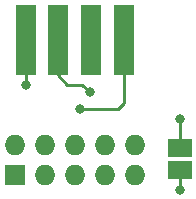
<source format=gbl>
G04 #@! TF.GenerationSoftware,KiCad,Pcbnew,(5.1.8)-1*
G04 #@! TF.CreationDate,2021-03-27T21:37:08+01:00*
G04 #@! TF.ProjectId,MSX,4d53582e-6b69-4636-9164-5f7063625858,rev?*
G04 #@! TF.SameCoordinates,Original*
G04 #@! TF.FileFunction,Copper,L2,Bot*
G04 #@! TF.FilePolarity,Positive*
%FSLAX46Y46*%
G04 Gerber Fmt 4.6, Leading zero omitted, Abs format (unit mm)*
G04 Created by KiCad (PCBNEW (5.1.8)-1) date 2021-03-27 21:37:08*
%MOMM*%
%LPD*%
G01*
G04 APERTURE LIST*
G04 #@! TA.AperFunction,SMDPad,CuDef*
%ADD10R,1.700000X6.000000*%
G04 #@! TD*
G04 #@! TA.AperFunction,ComponentPad*
%ADD11O,1.727200X1.727200*%
G04 #@! TD*
G04 #@! TA.AperFunction,ComponentPad*
%ADD12R,1.727200X1.727200*%
G04 #@! TD*
G04 #@! TA.AperFunction,SMDPad,CuDef*
%ADD13R,2.000000X1.600000*%
G04 #@! TD*
G04 #@! TA.AperFunction,ViaPad*
%ADD14C,0.800000*%
G04 #@! TD*
G04 #@! TA.AperFunction,Conductor*
%ADD15C,0.250000*%
G04 #@! TD*
G04 APERTURE END LIST*
D10*
X138069500Y-78168500D03*
X140839500Y-78168500D03*
X143609500Y-78168500D03*
X146379500Y-78168500D03*
D11*
X147320000Y-86995000D03*
X144780000Y-86995000D03*
X142240000Y-86995000D03*
X139700000Y-86995000D03*
X137160000Y-86995000D03*
X147320000Y-89535000D03*
X144780000Y-89535000D03*
X142240000Y-89535000D03*
X139700000Y-89535000D03*
D12*
X137160000Y-89535000D03*
D13*
X151130000Y-89154000D03*
X151130000Y-87249000D03*
D14*
X142634847Y-83970153D03*
X143510000Y-82550000D03*
X151130000Y-84835990D03*
X138074400Y-81991200D03*
X151130000Y-90805000D03*
D15*
X142634847Y-83970153D02*
X145899847Y-83970153D01*
X146379500Y-83490500D02*
X146379500Y-78168500D01*
X145899847Y-83970153D02*
X146379500Y-83490500D01*
X140839500Y-81149500D02*
X140839500Y-78168500D01*
X141605000Y-81915000D02*
X140839500Y-81149500D01*
X142875000Y-81915000D02*
X141605000Y-81915000D01*
X143510000Y-82550000D02*
X142875000Y-81915000D01*
X151130000Y-87249000D02*
X151130000Y-85852000D01*
X151130000Y-85852000D02*
X151130000Y-84835990D01*
X138069500Y-78168500D02*
X138069500Y-81986300D01*
X138069500Y-81986300D02*
X138074400Y-81991200D01*
X151130000Y-90805000D02*
X151130000Y-89154000D01*
M02*

</source>
